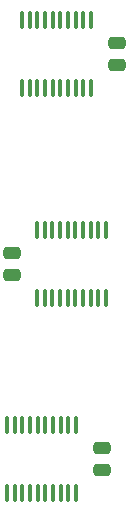
<source format=gbp>
G04 #@! TF.GenerationSoftware,KiCad,Pcbnew,(6.0.9)*
G04 #@! TF.CreationDate,2024-11-23T18:31:41+01:00*
G04 #@! TF.ProjectId,Sombrero_MSX_Goa'uld,536f6d62-7265-4726-9f5f-4d53585f476f,rev?*
G04 #@! TF.SameCoordinates,Original*
G04 #@! TF.FileFunction,Paste,Bot*
G04 #@! TF.FilePolarity,Positive*
%FSLAX46Y46*%
G04 Gerber Fmt 4.6, Leading zero omitted, Abs format (unit mm)*
G04 Created by KiCad (PCBNEW (6.0.9)) date 2024-11-23 18:31:41*
%MOMM*%
%LPD*%
G01*
G04 APERTURE LIST*
G04 Aperture macros list*
%AMRoundRect*
0 Rectangle with rounded corners*
0 $1 Rounding radius*
0 $2 $3 $4 $5 $6 $7 $8 $9 X,Y pos of 4 corners*
0 Add a 4 corners polygon primitive as box body*
4,1,4,$2,$3,$4,$5,$6,$7,$8,$9,$2,$3,0*
0 Add four circle primitives for the rounded corners*
1,1,$1+$1,$2,$3*
1,1,$1+$1,$4,$5*
1,1,$1+$1,$6,$7*
1,1,$1+$1,$8,$9*
0 Add four rect primitives between the rounded corners*
20,1,$1+$1,$2,$3,$4,$5,0*
20,1,$1+$1,$4,$5,$6,$7,0*
20,1,$1+$1,$6,$7,$8,$9,0*
20,1,$1+$1,$8,$9,$2,$3,0*%
G04 Aperture macros list end*
%ADD10RoundRect,0.100000X-0.100000X0.637500X-0.100000X-0.637500X0.100000X-0.637500X0.100000X0.637500X0*%
%ADD11RoundRect,0.250000X-0.475000X0.250000X-0.475000X-0.250000X0.475000X-0.250000X0.475000X0.250000X0*%
%ADD12RoundRect,0.100000X0.100000X-0.637500X0.100000X0.637500X-0.100000X0.637500X-0.100000X-0.637500X0*%
G04 APERTURE END LIST*
D10*
X145665000Y-98737500D03*
X146315000Y-98737500D03*
X146965000Y-98737500D03*
X147615000Y-98737500D03*
X148265000Y-98737500D03*
X148915000Y-98737500D03*
X149565000Y-98737500D03*
X150215000Y-98737500D03*
X150865000Y-98737500D03*
X151515000Y-98737500D03*
X151515000Y-104462500D03*
X150865000Y-104462500D03*
X150215000Y-104462500D03*
X149565000Y-104462500D03*
X148915000Y-104462500D03*
X148265000Y-104462500D03*
X147615000Y-104462500D03*
X146965000Y-104462500D03*
X146315000Y-104462500D03*
X145665000Y-104462500D03*
D11*
X151130000Y-117160000D03*
X151130000Y-119060000D03*
D12*
X148975000Y-120972500D03*
X148325000Y-120972500D03*
X147675000Y-120972500D03*
X147025000Y-120972500D03*
X146375000Y-120972500D03*
X145725000Y-120972500D03*
X145075000Y-120972500D03*
X144425000Y-120972500D03*
X143775000Y-120972500D03*
X143125000Y-120972500D03*
X143125000Y-115247500D03*
X143775000Y-115247500D03*
X144425000Y-115247500D03*
X145075000Y-115247500D03*
X145725000Y-115247500D03*
X146375000Y-115247500D03*
X147025000Y-115247500D03*
X147675000Y-115247500D03*
X148325000Y-115247500D03*
X148975000Y-115247500D03*
D11*
X143510000Y-100650000D03*
X143510000Y-102550000D03*
X152400000Y-82870000D03*
X152400000Y-84770000D03*
D12*
X150245000Y-86682500D03*
X149595000Y-86682500D03*
X148945000Y-86682500D03*
X148295000Y-86682500D03*
X147645000Y-86682500D03*
X146995000Y-86682500D03*
X146345000Y-86682500D03*
X145695000Y-86682500D03*
X145045000Y-86682500D03*
X144395000Y-86682500D03*
X144395000Y-80957500D03*
X145045000Y-80957500D03*
X145695000Y-80957500D03*
X146345000Y-80957500D03*
X146995000Y-80957500D03*
X147645000Y-80957500D03*
X148295000Y-80957500D03*
X148945000Y-80957500D03*
X149595000Y-80957500D03*
X150245000Y-80957500D03*
M02*

</source>
